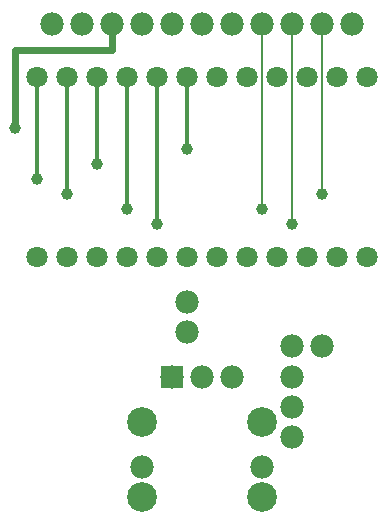
<source format=gtl>
G04 MADE WITH FRITZING*
G04 WWW.FRITZING.ORG*
G04 DOUBLE SIDED*
G04 HOLES PLATED*
G04 CONTOUR ON CENTER OF CONTOUR VECTOR*
%ASAXBY*%
%FSLAX23Y23*%
%MOIN*%
%OFA0B0*%
%SFA1.0B1.0*%
%ADD10C,0.078000*%
%ADD11C,0.070866*%
%ADD12C,0.039370*%
%ADD13C,0.099055*%
%ADD14R,0.078000X0.078000*%
%ADD15C,0.008000*%
%ADD16C,0.012000*%
%ADD17C,0.024000*%
%LNCOPPER1*%
G90*
G70*
G54D10*
X1050Y200D03*
X650Y200D03*
X350Y1675D03*
X450Y1675D03*
X550Y1675D03*
X650Y1675D03*
X750Y1675D03*
X850Y1675D03*
X950Y1675D03*
X1050Y1675D03*
X1150Y1675D03*
X1250Y1675D03*
X1350Y1675D03*
X350Y1675D03*
X450Y1675D03*
X550Y1675D03*
X650Y1675D03*
X750Y1675D03*
X850Y1675D03*
X950Y1675D03*
X1050Y1675D03*
X1150Y1675D03*
X1250Y1675D03*
X1350Y1675D03*
G54D11*
X1400Y900D03*
X1300Y900D03*
X1200Y900D03*
X1100Y900D03*
X1000Y900D03*
X900Y900D03*
X800Y900D03*
X700Y900D03*
X600Y900D03*
X500Y900D03*
X400Y900D03*
X300Y900D03*
X1400Y1500D03*
X1300Y1500D03*
X1200Y1500D03*
X1100Y1500D03*
X1000Y1500D03*
X900Y1500D03*
X800Y1500D03*
X700Y1500D03*
X600Y1500D03*
X500Y1500D03*
X400Y1500D03*
X300Y1500D03*
G54D10*
X800Y750D03*
X800Y650D03*
X1150Y601D03*
X1250Y601D03*
X1150Y300D03*
X1150Y400D03*
X1150Y500D03*
G54D12*
X1250Y1108D03*
X1150Y1009D03*
X1050Y1058D03*
X227Y1328D03*
X700Y1008D03*
X600Y1059D03*
X400Y1108D03*
X300Y1158D03*
X500Y1209D03*
X800Y1258D03*
G54D10*
X750Y500D03*
X850Y500D03*
X950Y500D03*
G54D13*
X650Y350D03*
X650Y100D03*
X1050Y350D03*
X1050Y100D03*
G54D14*
X750Y500D03*
G54D15*
X1050Y1071D02*
X1050Y1650D01*
D02*
X1150Y1022D02*
X1150Y1650D01*
D02*
X1250Y1122D02*
X1250Y1650D01*
G54D16*
D02*
X300Y1171D02*
X300Y1475D01*
D02*
X400Y1122D02*
X400Y1475D01*
D02*
X500Y1222D02*
X500Y1475D01*
D02*
X600Y1072D02*
X600Y1475D01*
D02*
X700Y1022D02*
X700Y1475D01*
D02*
X800Y1272D02*
X800Y1475D01*
G54D17*
D02*
X227Y1347D02*
X227Y1588D01*
D02*
X550Y1588D02*
X550Y1644D01*
D02*
X227Y1588D02*
X550Y1588D01*
G04 End of Copper1*
M02*
</source>
